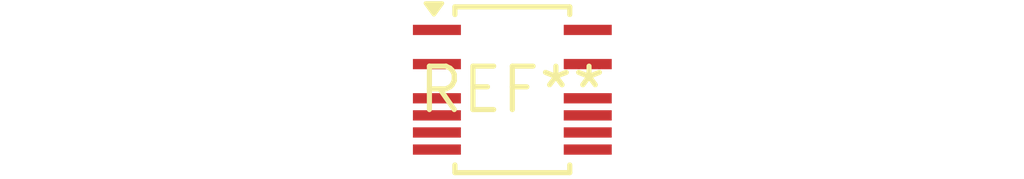
<source format=kicad_pcb>
(kicad_pcb (version 20240108) (generator pcbnew)
  (layers (0 "F.Cu" signal) (31 "B.Cu" signal) (34 "B.Paste" user) (35 "F.Paste" user) (36 "B.SilkS" user "B.Silkscreen") (37 "F.SilkS" user "F.Silkscreen") (38 "B.Mask" user) (39 "F.Mask" user) (44 "Edge.Cuts" user))
  (net 0 "")
  (footprint "MSOP-12-16_3x4mm_P0.5mm" (layer "F.Cu") (at 0 0)
    (property "Reference" "REF**")
    (property "Value" "MSOP-12-16_3x4mm_P0.5mm")
    (fp_line (start -1.675 -2.425) (end -1.675 -2.2) (layer "F.SilkS") (stroke (width 0.15)))
    (fp_line (start -1.675 -2.425) (end 1.675 -2.425) (layer "F.SilkS") (stroke (width 0.15)))
    (fp_line (start -1.675 2.425) (end -1.675 2.2) (layer "F.SilkS") (stroke (width 0.15)))
    (fp_line (start -1.675 2.425) (end 1.675 2.425) (layer "F.SilkS") (stroke (width 0.15)))
    (fp_line (start 1.675 -2.425) (end 1.675 -2.2) (layer "F.SilkS") (stroke (width 0.15)))
    (fp_line (start 1.675 2.425) (end 1.675 2.2) (layer "F.SilkS") (stroke (width 0.15)))
    (fp_poly (pts (xy -2.2875 -2.2) (xy -2.5275 -2.53) (xy -2.0475 -2.53) (xy -2.2875 -2.2)) (layer "F.SilkS") (stroke (width 0.12)) (fill solid))
    (pad "1" smd rect (at -2.2 -1.75) (size 1.4 0.3) (layers "F.Cu" "F.Paste" "F.Mask"))
    (pad "3" smd rect (at -2.2 -0.75) (size 1.4 0.3) (layers "F.Cu" "F.Paste" "F.Mask"))
    (pad "5" smd rect (at -2.2 0.25) (size 1.4 0.3) (layers "F.Cu" "F.Paste" "F.Mask"))
    (pad "6" smd rect (at -2.2 0.75) (size 1.4 0.3) (layers "F.Cu" "F.Paste" "F.Mask"))
    (pad "7" smd rect (at -2.2 1.25) (size 1.4 0.3) (layers "F.Cu" "F.Paste" "F.Mask"))
    (pad "8" smd rect (at -2.2 1.75) (size 1.4 0.3) (layers "F.Cu" "F.Paste" "F.Mask"))
    (pad "9" smd rect (at 2.2 1.75) (size 1.4 0.3) (layers "F.Cu" "F.Paste" "F.Mask"))
    (pad "10" smd rect (at 2.2 1.25) (size 1.4 0.3) (layers "F.Cu" "F.Paste" "F.Mask"))
    (pad "11" smd rect (at 2.2 0.75) (size 1.4 0.3) (layers "F.Cu" "F.Paste" "F.Mask"))
    (pad "12" smd rect (at 2.2 0.25) (size 1.4 0.3) (layers "F.Cu" "F.Paste" "F.Mask"))
    (pad "14" smd rect (at 2.2 -0.75) (size 1.4 0.3) (layers "F.Cu" "F.Paste" "F.Mask"))
    (pad "16" smd rect (at 2.2 -1.75) (size 1.4 0.3) (layers "F.Cu" "F.Paste" "F.Mask"))
  )
)
</source>
